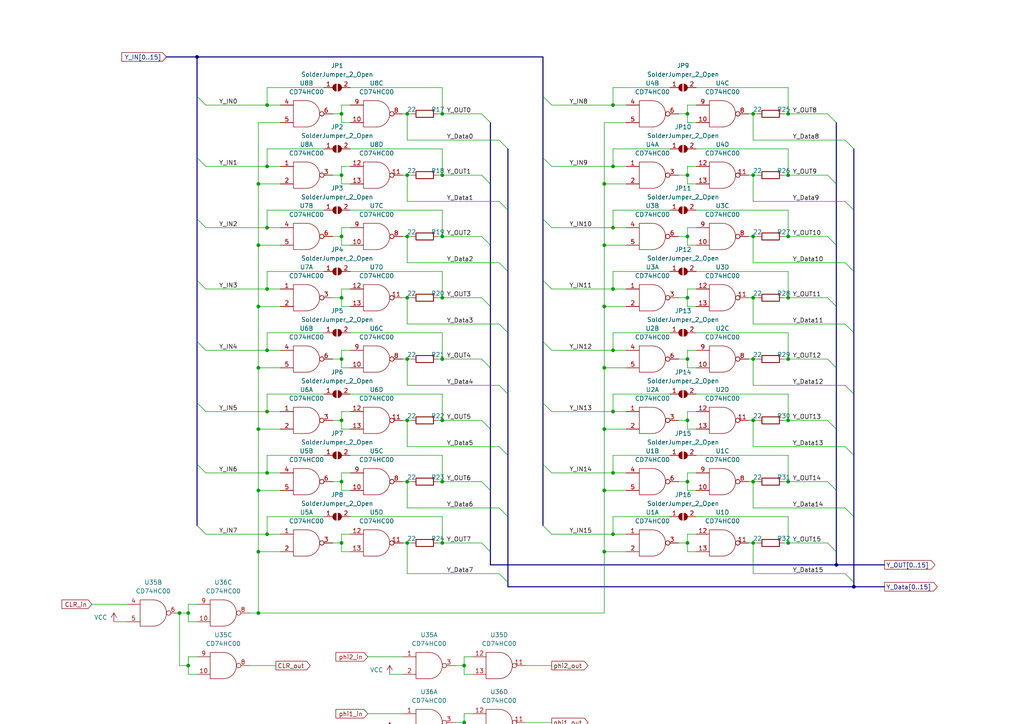
<source format=kicad_sch>
(kicad_sch (version 20211123) (generator eeschema)
  (paper "A4")
  (lib_symbols
    (symbol "CD74HCXX:CD74HC00" (pin_names (offset 0.762))
      (property "Reference" "U" (at -2.54 6.985 0))
      (property "Value" "CD74HC00" (at 1.27 5.08 0))
      (symbol "CD74HC00_0_0"
        (pin power_in line (at -2.54 2.54 0) (length 0) hide (name "VCC") (number "14"))
        (pin power_in line (at -2.54 -2.54 0) (length 0) hide (name "GND") (number "7"))
      )
      (symbol "CD74HC00_0_1"
        (arc (start 0 -3.81) (mid 3.81 0) (end 0 3.81))
        (polyline (pts (xy 0 3.81) (xy -3.81 3.81) (xy -3.81 -3.81) (xy 0 -3.81)))
      )
      (symbol "CD74HC00_0_2"
        (arc (start -4.445 -3.81) (mid -3.175 0) (end -4.445 3.81))
        (arc (start -3.175 -3.81) (mid 0.803 -2.7954) (end 3.81 0))
        (polyline (pts (xy -4.445 -3.81) (xy -3.175 -3.81)))
        (polyline (pts (xy -4.445 3.81) (xy -3.175 3.81)))
        (arc (start 3.81 0) (mid 0.8099 2.8117) (end -3.175 3.81))
      )
      (symbol "CD74HC00_1_1"
        (pin input line (at -7.62 2.54 0) (length 3.81) (name "~") (number "1"))
        (pin input line (at -7.62 -2.54 0) (length 3.81) (name "~") (number "2"))
        (pin output inverted (at 7.62 0 180) (length 3.81) (name "~") (number "3"))
      )
      (symbol "CD74HC00_1_2"
        (pin input inverted (at -7.62 2.54 0) (length 3.81) (name "~") (number "1"))
        (pin input inverted (at -7.62 -2.54 0) (length 3.81) (name "~") (number "2"))
        (pin output line (at 7.62 0 180) (length 3.81) (name "~") (number "3"))
      )
      (symbol "CD74HC00_2_1"
        (pin input line (at -7.62 2.54 0) (length 3.81) (name "~") (number "4"))
        (pin input line (at -7.62 -2.54 0) (length 3.81) (name "~") (number "5"))
        (pin output inverted (at 7.62 0 180) (length 3.81) (name "~") (number "6"))
      )
      (symbol "CD74HC00_2_2"
        (pin input inverted (at -7.62 2.54 0) (length 3.81) (name "~") (number "4"))
        (pin input inverted (at -7.62 -2.54 0) (length 3.81) (name "~") (number "5"))
        (pin output line (at 7.62 0 180) (length 3.81) (name "~") (number "6"))
      )
      (symbol "CD74HC00_3_1"
        (pin input line (at -7.62 -2.54 0) (length 3.81) (name "~") (number "10"))
        (pin output inverted (at 7.62 0 180) (length 3.81) (name "~") (number "8"))
        (pin input line (at -7.62 2.54 0) (length 3.81) (name "~") (number "9"))
      )
      (symbol "CD74HC00_3_2"
        (pin input inverted (at -7.62 -2.54 0) (length 3.81) (name "~") (number "10"))
        (pin output line (at 7.62 0 180) (length 3.81) (name "~") (number "8"))
        (pin input inverted (at -7.62 2.54 0) (length 3.81) (name "~") (number "9"))
      )
      (symbol "CD74HC00_4_1"
        (pin output inverted (at 7.62 0 180) (length 3.81) (name "~") (number "11"))
        (pin input line (at -7.62 2.54 0) (length 3.81) (name "~") (number "12"))
        (pin input line (at -7.62 -2.54 0) (length 3.81) (name "~") (number "13"))
      )
      (symbol "CD74HC00_4_2"
        (pin output line (at 7.62 0 180) (length 3.81) (name "~") (number "11"))
        (pin input inverted (at -7.62 2.54 0) (length 3.81) (name "~") (number "12"))
        (pin input inverted (at -7.62 -2.54 0) (length 3.81) (name "~") (number "13"))
      )
    )
    (symbol "Device:R" (pin_numbers hide) (pin_names (offset 0))
      (property "Reference" "R" (at 2.032 0 90))
      (property "Value" "R" (at 0 0 90))
      (symbol "R_0_1"
        (rectangle (start -1.016 -2.54) (end 1.016 2.54) (stroke (width 0.254)))
      )
      (symbol "R_1_1"
        (pin passive line (at 0 3.81 270) (length 1.27) (name "~") (number "1"))
        (pin passive line (at 0 -3.81 90) (length 1.27) (name "~") (number "2"))
      )
    )
    (symbol "Jumper:SolderJumper_2_Open" (pin_names (offset 0) hide)
      (property "Reference" "JP" (at 0 2.032 0))
      (property "Value" "SolderJumper_2_Open" (at 0 -2.54 0))
      (symbol "SolderJumper_2_Open_0_1"
        (arc (start -0.254 1.016) (mid -1.27 0) (end -0.254 -1.016))
        (arc (start -0.254 1.016) (mid -1.27 0) (end -0.254 -1.016) (fill (type outline)))
        (polyline (pts (xy -0.254 1.016) (xy -0.254 -1.016)))
        (polyline (pts (xy 0.254 1.016) (xy 0.254 -1.016)))
        (arc (start 0.254 -1.016) (mid 1.27 0) (end 0.254 1.016))
        (arc (start 0.254 -1.016) (mid 1.27 0) (end 0.254 1.016) (fill (type outline)))
      )
      (symbol "SolderJumper_2_Open_1_1"
        (pin passive line (at -3.81 0 0) (length 2.54) (name "A") (number "1"))
        (pin passive line (at 3.81 0 180) (length 2.54) (name "B") (number "2"))
      )
    )
    (symbol "power:VCC" (power) (pin_names (offset 0))
      (property "Value" "VCC" (at 0 3.81 0))
      (symbol "VCC_0_1"
        (polyline (pts (xy -0.762 1.27) (xy 0 2.54)))
        (polyline (pts (xy 0 0) (xy 0 2.54)))
        (polyline (pts (xy 0 2.54) (xy 0.762 1.27)))
      )
      (symbol "VCC_1_1"
        (pin power_in line (at 0 0 90) (length 0) hide (name "VCC") (number "1"))
      )
    )
  )
  (junction (at 218.44 50.8))
  (junction (at 77.47 154.94))
  (junction (at 52.07 177.8))
  (junction (at 199.39 121.92))
  (junction (at 218.44 157.48))
  (junction (at 199.39 33.02))
  (junction (at 228.6 157.48))
  (junction (at 177.8 66.04))
  (junction (at 74.93 124.46))
  (junction (at 118.11 139.7))
  (junction (at 77.47 66.04))
  (junction (at 57.15 16.51))
  (junction (at 228.6 121.92))
  (junction (at 175.26 142.24))
  (junction (at 77.47 83.82))
  (junction (at 218.44 139.7))
  (junction (at 247.65 170.18))
  (junction (at 177.8 30.48))
  (junction (at 242.57 163.83))
  (junction (at 128.27 121.92))
  (junction (at 175.26 124.46))
  (junction (at 77.47 30.48))
  (junction (at 175.26 160.02))
  (junction (at 74.93 142.24))
  (junction (at 228.6 139.7))
  (junction (at 218.44 104.14))
  (junction (at 177.8 137.16))
  (junction (at 99.06 139.7))
  (junction (at 177.8 83.82))
  (junction (at 118.11 121.92))
  (junction (at 218.44 86.36))
  (junction (at 118.11 50.8))
  (junction (at 99.06 86.36))
  (junction (at 175.26 106.68))
  (junction (at 177.8 48.26))
  (junction (at 99.06 50.8))
  (junction (at 77.47 119.38))
  (junction (at 128.27 139.7))
  (junction (at 74.93 106.68))
  (junction (at 74.93 53.34))
  (junction (at 134.62 193.04))
  (junction (at 177.8 101.6))
  (junction (at 99.06 121.92))
  (junction (at 99.06 68.58))
  (junction (at 77.47 101.6))
  (junction (at 128.27 104.14))
  (junction (at 199.39 50.8))
  (junction (at 118.11 104.14))
  (junction (at 134.62 209.55))
  (junction (at 199.39 104.14))
  (junction (at 128.27 33.02))
  (junction (at 175.26 71.12))
  (junction (at 218.44 121.92))
  (junction (at 118.11 33.02))
  (junction (at 218.44 33.02))
  (junction (at 199.39 157.48))
  (junction (at 228.6 104.14))
  (junction (at 128.27 50.8))
  (junction (at 74.93 177.8))
  (junction (at 99.06 157.48))
  (junction (at 175.26 53.34))
  (junction (at 228.6 68.58))
  (junction (at 199.39 86.36))
  (junction (at 118.11 68.58))
  (junction (at 118.11 86.36))
  (junction (at 228.6 50.8))
  (junction (at 218.44 68.58))
  (junction (at 177.8 154.94))
  (junction (at 54.61 193.04))
  (junction (at 228.6 86.36))
  (junction (at 199.39 139.7))
  (junction (at 128.27 86.36))
  (junction (at 99.06 104.14))
  (junction (at 74.93 160.02))
  (junction (at 177.8 119.38))
  (junction (at 77.47 137.16))
  (junction (at 74.93 71.12))
  (junction (at 77.47 48.26))
  (junction (at 74.93 88.9))
  (junction (at 128.27 68.58))
  (junction (at 228.6 33.02))
  (junction (at 99.06 33.02))
  (junction (at 118.11 157.48))
  (junction (at 175.26 88.9))
  (junction (at 54.61 177.8))
  (junction (at 128.27 157.48))
  (junction (at 199.39 68.58))
  (bus_entry (at 142.24 124.46) (size -2.54 -2.54))
  (bus_entry (at 142.24 71.12) (size -2.54 -2.54))
  (bus_entry (at 57.15 134.62) (size 2.54 2.54))
  (bus_entry (at 157.48 45.72) (size 2.54 2.54))
  (bus_entry (at 157.48 134.62) (size 2.54 2.54))
  (bus_entry (at 57.15 27.94) (size 2.54 2.54))
  (bus_entry (at 245.11 111.76) (size 2.54 2.54))
  (bus_entry (at 245.11 76.2) (size 2.54 2.54))
  (bus_entry (at 142.24 106.68) (size -2.54 -2.54))
  (bus_entry (at 142.24 160.02) (size -2.54 -2.54))
  (bus_entry (at 57.15 45.72) (size 2.54 2.54))
  (bus_entry (at 144.78 58.42) (size 2.54 2.54))
  (bus_entry (at 242.57 160.02) (size -2.54 -2.54))
  (bus_entry (at 245.11 58.42) (size 2.54 2.54))
  (bus_entry (at 157.48 152.4) (size 2.54 2.54))
  (bus_entry (at 157.48 63.5) (size 2.54 2.54))
  (bus_entry (at 144.78 147.32) (size 2.54 2.54))
  (bus_entry (at 242.57 88.9) (size -2.54 -2.54))
  (bus_entry (at 142.24 88.9) (size -2.54 -2.54))
  (bus_entry (at 57.15 81.28) (size 2.54 2.54))
  (bus_entry (at 242.57 53.34) (size -2.54 -2.54))
  (bus_entry (at 142.24 53.34) (size -2.54 -2.54))
  (bus_entry (at 57.15 152.4) (size 2.54 2.54))
  (bus_entry (at 242.57 35.56) (size -2.54 -2.54))
  (bus_entry (at 57.15 99.06) (size 2.54 2.54))
  (bus_entry (at 157.48 99.06) (size 2.54 2.54))
  (bus_entry (at 245.11 166.37) (size 2.54 2.54))
  (bus_entry (at 144.78 111.76) (size 2.54 2.54))
  (bus_entry (at 57.15 116.84) (size 2.54 2.54))
  (bus_entry (at 157.48 116.84) (size 2.54 2.54))
  (bus_entry (at 157.48 27.94) (size 2.54 2.54))
  (bus_entry (at 242.57 106.68) (size -2.54 -2.54))
  (bus_entry (at 144.78 40.64) (size 2.54 2.54))
  (bus_entry (at 144.78 166.37) (size 2.54 2.54))
  (bus_entry (at 144.78 93.98) (size 2.54 2.54))
  (bus_entry (at 245.11 147.32) (size 2.54 2.54))
  (bus_entry (at 57.15 63.5) (size 2.54 2.54))
  (bus_entry (at 242.57 142.24) (size -2.54 -2.54))
  (bus_entry (at 245.11 129.54) (size 2.54 2.54))
  (bus_entry (at 142.24 35.56) (size -2.54 -2.54))
  (bus_entry (at 144.78 76.2) (size 2.54 2.54))
  (bus_entry (at 142.24 142.24) (size -2.54 -2.54))
  (bus_entry (at 242.57 124.46) (size -2.54 -2.54))
  (bus_entry (at 245.11 40.64) (size 2.54 2.54))
  (bus_entry (at 242.57 71.12) (size -2.54 -2.54))
  (bus_entry (at 245.11 93.98) (size 2.54 2.54))
  (bus_entry (at 144.78 129.54) (size 2.54 2.54))
  (bus_entry (at 157.48 81.28) (size 2.54 2.54))
  (wire (pts (xy 218.44 129.54) (xy 245.11 129.54)))
  (wire (pts (xy 177.8 25.4) (xy 177.8 30.48)))
  (wire (pts (xy 218.44 33.02) (xy 219.71 33.02)))
  (wire (pts (xy 177.8 78.74) (xy 177.8 83.82)))
  (wire (pts (xy 194.31 43.18) (xy 177.8 43.18)))
  (wire (pts (xy 77.47 66.04) (xy 81.28 66.04)))
  (wire (pts (xy 118.11 50.8) (xy 118.11 58.42)))
  (bus (pts (xy 147.32 114.3) (xy 147.32 132.08)))
  (wire (pts (xy 199.39 33.02) (xy 199.39 30.48)))
  (wire (pts (xy 240.03 104.14) (xy 228.6 104.14)))
  (wire (pts (xy 54.61 180.34) (xy 54.61 177.8)))
  (wire (pts (xy 77.47 119.38) (xy 81.28 119.38)))
  (wire (pts (xy 77.47 132.08) (xy 93.98 132.08)))
  (wire (pts (xy 177.8 66.04) (xy 181.61 66.04)))
  (wire (pts (xy 218.44 121.92) (xy 218.44 129.54)))
  (wire (pts (xy 113.03 195.58) (xy 116.84 195.58)))
  (wire (pts (xy 118.11 86.36) (xy 119.38 86.36)))
  (bus (pts (xy 57.15 16.51) (xy 57.15 27.94)))
  (wire (pts (xy 101.6 43.18) (xy 128.27 43.18)))
  (wire (pts (xy 118.11 129.54) (xy 144.78 129.54)))
  (wire (pts (xy 139.7 139.7) (xy 128.27 139.7)))
  (bus (pts (xy 247.65 132.08) (xy 247.65 149.86)))
  (wire (pts (xy 218.44 50.8) (xy 218.44 58.42)))
  (wire (pts (xy 218.44 58.42) (xy 245.11 58.42)))
  (wire (pts (xy 118.11 104.14) (xy 118.11 111.76)))
  (wire (pts (xy 175.26 142.24) (xy 181.61 142.24)))
  (wire (pts (xy 74.93 106.68) (xy 81.28 106.68)))
  (wire (pts (xy 199.39 106.68) (xy 199.39 104.14)))
  (wire (pts (xy 54.61 190.5) (xy 57.15 190.5)))
  (bus (pts (xy 57.15 99.06) (xy 57.15 116.84)))
  (wire (pts (xy 227.33 68.58) (xy 228.6 68.58)))
  (wire (pts (xy 101.6 25.4) (xy 128.27 25.4)))
  (wire (pts (xy 218.44 33.02) (xy 218.44 40.64)))
  (bus (pts (xy 57.15 134.62) (xy 57.15 152.4)))
  (wire (pts (xy 160.02 193.04) (xy 152.4 193.04)))
  (wire (pts (xy 175.26 124.46) (xy 181.61 124.46)))
  (wire (pts (xy 77.47 137.16) (xy 81.28 137.16)))
  (bus (pts (xy 242.57 71.12) (xy 242.57 88.9)))
  (wire (pts (xy 175.26 71.12) (xy 175.26 53.34)))
  (wire (pts (xy 128.27 78.74) (xy 128.27 86.36)))
  (wire (pts (xy 177.8 48.26) (xy 181.61 48.26)))
  (wire (pts (xy 134.62 195.58) (xy 134.62 193.04)))
  (bus (pts (xy 57.15 116.84) (xy 57.15 134.62)))
  (bus (pts (xy 157.48 81.28) (xy 157.48 63.5)))
  (wire (pts (xy 228.6 96.52) (xy 228.6 104.14)))
  (bus (pts (xy 247.65 60.96) (xy 247.65 78.74)))
  (wire (pts (xy 132.08 209.55) (xy 134.62 209.55)))
  (wire (pts (xy 199.39 88.9) (xy 199.39 86.36)))
  (wire (pts (xy 74.93 160.02) (xy 81.28 160.02)))
  (wire (pts (xy 116.84 121.92) (xy 118.11 121.92)))
  (wire (pts (xy 74.93 35.56) (xy 81.28 35.56)))
  (wire (pts (xy 199.39 154.94) (xy 201.93 154.94)))
  (wire (pts (xy 218.44 104.14) (xy 219.71 104.14)))
  (wire (pts (xy 118.11 58.42) (xy 144.78 58.42)))
  (wire (pts (xy 228.6 114.3) (xy 228.6 121.92)))
  (wire (pts (xy 201.93 35.56) (xy 199.39 35.56)))
  (wire (pts (xy 101.6 88.9) (xy 99.06 88.9)))
  (bus (pts (xy 242.57 106.68) (xy 242.57 124.46)))
  (wire (pts (xy 99.06 104.14) (xy 99.06 101.6)))
  (wire (pts (xy 199.39 157.48) (xy 199.39 154.94)))
  (wire (pts (xy 228.6 43.18) (xy 228.6 50.8)))
  (wire (pts (xy 218.44 139.7) (xy 219.71 139.7)))
  (wire (pts (xy 101.6 124.46) (xy 99.06 124.46)))
  (wire (pts (xy 217.17 86.36) (xy 218.44 86.36)))
  (wire (pts (xy 57.15 180.34) (xy 54.61 180.34)))
  (wire (pts (xy 106.68 190.5) (xy 116.84 190.5)))
  (wire (pts (xy 199.39 86.36) (xy 199.39 83.82)))
  (wire (pts (xy 118.11 104.14) (xy 119.38 104.14)))
  (wire (pts (xy 160.02 137.16) (xy 177.8 137.16)))
  (wire (pts (xy 240.03 86.36) (xy 228.6 86.36)))
  (wire (pts (xy 227.33 50.8) (xy 228.6 50.8)))
  (wire (pts (xy 218.44 147.32) (xy 245.11 147.32)))
  (bus (pts (xy 147.32 43.18) (xy 147.32 60.96)))
  (wire (pts (xy 101.6 35.56) (xy 99.06 35.56)))
  (bus (pts (xy 147.32 132.08) (xy 147.32 149.86)))
  (wire (pts (xy 118.11 50.8) (xy 119.38 50.8)))
  (wire (pts (xy 101.6 142.24) (xy 99.06 142.24)))
  (wire (pts (xy 175.26 160.02) (xy 181.61 160.02)))
  (wire (pts (xy 217.17 33.02) (xy 218.44 33.02)))
  (wire (pts (xy 77.47 149.86) (xy 77.47 154.94)))
  (wire (pts (xy 59.69 48.26) (xy 77.47 48.26)))
  (wire (pts (xy 201.93 78.74) (xy 228.6 78.74)))
  (wire (pts (xy 59.69 154.94) (xy 77.47 154.94)))
  (wire (pts (xy 217.17 121.92) (xy 218.44 121.92)))
  (wire (pts (xy 228.6 149.86) (xy 228.6 157.48)))
  (wire (pts (xy 128.27 149.86) (xy 128.27 157.48)))
  (wire (pts (xy 240.03 139.7) (xy 228.6 139.7)))
  (wire (pts (xy 74.93 124.46) (xy 81.28 124.46)))
  (wire (pts (xy 199.39 68.58) (xy 199.39 66.04)))
  (wire (pts (xy 160.02 66.04) (xy 177.8 66.04)))
  (wire (pts (xy 194.31 96.52) (xy 177.8 96.52)))
  (bus (pts (xy 157.48 99.06) (xy 157.48 81.28)))
  (wire (pts (xy 96.52 86.36) (xy 99.06 86.36)))
  (wire (pts (xy 201.93 60.96) (xy 228.6 60.96)))
  (wire (pts (xy 196.85 86.36) (xy 199.39 86.36)))
  (wire (pts (xy 96.52 68.58) (xy 99.06 68.58)))
  (wire (pts (xy 118.11 139.7) (xy 118.11 147.32)))
  (bus (pts (xy 247.65 149.86) (xy 247.65 168.91)))
  (wire (pts (xy 194.31 25.4) (xy 177.8 25.4)))
  (wire (pts (xy 227.33 121.92) (xy 228.6 121.92)))
  (wire (pts (xy 218.44 104.14) (xy 218.44 111.76)))
  (wire (pts (xy 99.06 124.46) (xy 99.06 121.92)))
  (wire (pts (xy 116.84 139.7) (xy 118.11 139.7)))
  (wire (pts (xy 93.98 149.86) (xy 77.47 149.86)))
  (wire (pts (xy 127 68.58) (xy 128.27 68.58)))
  (wire (pts (xy 118.11 157.48) (xy 119.38 157.48)))
  (wire (pts (xy 93.98 114.3) (xy 77.47 114.3)))
  (wire (pts (xy 199.39 160.02) (xy 199.39 157.48)))
  (wire (pts (xy 175.26 142.24) (xy 175.26 124.46)))
  (bus (pts (xy 142.24 142.24) (xy 142.24 160.02)))
  (bus (pts (xy 242.57 35.56) (xy 242.57 53.34)))
  (wire (pts (xy 199.39 121.92) (xy 199.39 119.38)))
  (wire (pts (xy 99.06 71.12) (xy 99.06 68.58)))
  (wire (pts (xy 96.52 50.8) (xy 99.06 50.8)))
  (bus (pts (xy 147.32 96.52) (xy 147.32 114.3)))
  (wire (pts (xy 118.11 147.32) (xy 144.78 147.32)))
  (wire (pts (xy 132.08 193.04) (xy 134.62 193.04)))
  (wire (pts (xy 199.39 66.04) (xy 201.93 66.04)))
  (wire (pts (xy 54.61 193.04) (xy 54.61 190.5)))
  (wire (pts (xy 74.93 53.34) (xy 74.93 71.12)))
  (wire (pts (xy 228.6 60.96) (xy 228.6 68.58)))
  (wire (pts (xy 201.93 71.12) (xy 199.39 71.12)))
  (wire (pts (xy 196.85 50.8) (xy 199.39 50.8)))
  (wire (pts (xy 118.11 76.2) (xy 144.78 76.2)))
  (wire (pts (xy 99.06 101.6) (xy 101.6 101.6)))
  (wire (pts (xy 128.27 43.18) (xy 128.27 50.8)))
  (wire (pts (xy 196.85 157.48) (xy 199.39 157.48)))
  (wire (pts (xy 77.47 48.26) (xy 81.28 48.26)))
  (wire (pts (xy 74.93 106.68) (xy 74.93 124.46)))
  (wire (pts (xy 175.26 88.9) (xy 181.61 88.9)))
  (wire (pts (xy 118.11 139.7) (xy 119.38 139.7)))
  (wire (pts (xy 99.06 119.38) (xy 101.6 119.38)))
  (wire (pts (xy 101.6 71.12) (xy 99.06 71.12)))
  (wire (pts (xy 199.39 50.8) (xy 199.39 48.26)))
  (wire (pts (xy 227.33 33.02) (xy 228.6 33.02)))
  (wire (pts (xy 227.33 139.7) (xy 228.6 139.7)))
  (wire (pts (xy 160.02 30.48) (xy 177.8 30.48)))
  (wire (pts (xy 175.26 35.56) (xy 181.61 35.56)))
  (wire (pts (xy 160.02 83.82) (xy 177.8 83.82)))
  (wire (pts (xy 218.44 166.37) (xy 245.11 166.37)))
  (wire (pts (xy 128.27 25.4) (xy 128.27 33.02)))
  (wire (pts (xy 134.62 190.5) (xy 137.16 190.5)))
  (wire (pts (xy 99.06 48.26) (xy 101.6 48.26)))
  (wire (pts (xy 199.39 104.14) (xy 199.39 101.6)))
  (wire (pts (xy 227.33 104.14) (xy 228.6 104.14)))
  (wire (pts (xy 217.17 104.14) (xy 218.44 104.14)))
  (wire (pts (xy 160.02 209.55) (xy 152.4 209.55)))
  (wire (pts (xy 217.17 139.7) (xy 218.44 139.7)))
  (wire (pts (xy 175.26 88.9) (xy 175.26 71.12)))
  (bus (pts (xy 242.57 160.02) (xy 242.57 163.83)))
  (wire (pts (xy 118.11 121.92) (xy 119.38 121.92)))
  (wire (pts (xy 137.16 212.09) (xy 134.62 212.09)))
  (wire (pts (xy 201.93 142.24) (xy 199.39 142.24)))
  (wire (pts (xy 134.62 193.04) (xy 134.62 190.5)))
  (wire (pts (xy 201.93 114.3) (xy 228.6 114.3)))
  (wire (pts (xy 74.93 71.12) (xy 74.93 88.9)))
  (wire (pts (xy 218.44 50.8) (xy 219.71 50.8)))
  (wire (pts (xy 77.47 101.6) (xy 81.28 101.6)))
  (wire (pts (xy 74.93 177.8) (xy 175.26 177.8)))
  (bus (pts (xy 157.48 16.51) (xy 57.15 16.51)))
  (wire (pts (xy 59.69 66.04) (xy 77.47 66.04)))
  (wire (pts (xy 77.47 132.08) (xy 77.47 137.16)))
  (wire (pts (xy 217.17 157.48) (xy 218.44 157.48)))
  (wire (pts (xy 52.07 193.04) (xy 54.61 193.04)))
  (bus (pts (xy 147.32 78.74) (xy 147.32 96.52)))
  (bus (pts (xy 147.32 60.96) (xy 147.32 78.74)))
  (wire (pts (xy 228.6 132.08) (xy 228.6 139.7)))
  (wire (pts (xy 101.6 60.96) (xy 128.27 60.96)))
  (bus (pts (xy 247.65 78.74) (xy 247.65 96.52)))
  (wire (pts (xy 96.52 139.7) (xy 99.06 139.7)))
  (wire (pts (xy 228.6 25.4) (xy 228.6 33.02)))
  (wire (pts (xy 139.7 86.36) (xy 128.27 86.36)))
  (wire (pts (xy 177.8 119.38) (xy 181.61 119.38)))
  (wire (pts (xy 99.06 137.16) (xy 101.6 137.16)))
  (wire (pts (xy 227.33 86.36) (xy 228.6 86.36)))
  (bus (pts (xy 142.24 124.46) (xy 142.24 142.24)))
  (wire (pts (xy 118.11 157.48) (xy 118.11 166.37)))
  (wire (pts (xy 139.7 68.58) (xy 128.27 68.58)))
  (wire (pts (xy 74.93 177.8) (xy 72.39 177.8)))
  (wire (pts (xy 128.27 132.08) (xy 128.27 139.7)))
  (wire (pts (xy 175.26 124.46) (xy 175.26 106.68)))
  (wire (pts (xy 201.93 43.18) (xy 228.6 43.18)))
  (wire (pts (xy 101.6 78.74) (xy 128.27 78.74)))
  (wire (pts (xy 194.31 78.74) (xy 177.8 78.74)))
  (wire (pts (xy 113.03 212.09) (xy 116.84 212.09)))
  (wire (pts (xy 59.69 137.16) (xy 77.47 137.16)))
  (bus (pts (xy 157.48 45.72) (xy 157.48 27.94)))
  (wire (pts (xy 99.06 139.7) (xy 99.06 137.16)))
  (wire (pts (xy 93.98 25.4) (xy 77.47 25.4)))
  (wire (pts (xy 227.33 157.48) (xy 228.6 157.48)))
  (wire (pts (xy 127 33.02) (xy 128.27 33.02)))
  (bus (pts (xy 142.24 88.9) (xy 142.24 106.68)))
  (wire (pts (xy 127 139.7) (xy 128.27 139.7)))
  (wire (pts (xy 199.39 30.48) (xy 201.93 30.48)))
  (wire (pts (xy 175.26 53.34) (xy 181.61 53.34)))
  (wire (pts (xy 127 121.92) (xy 128.27 121.92)))
  (wire (pts (xy 240.03 121.92) (xy 228.6 121.92)))
  (bus (pts (xy 157.48 134.62) (xy 157.48 116.84)))
  (wire (pts (xy 201.93 53.34) (xy 199.39 53.34)))
  (wire (pts (xy 116.84 33.02) (xy 118.11 33.02)))
  (wire (pts (xy 99.06 142.24) (xy 99.06 139.7)))
  (wire (pts (xy 139.7 157.48) (xy 128.27 157.48)))
  (bus (pts (xy 247.65 114.3) (xy 247.65 132.08)))
  (wire (pts (xy 127 50.8) (xy 128.27 50.8)))
  (wire (pts (xy 196.85 139.7) (xy 199.39 139.7)))
  (wire (pts (xy 74.93 142.24) (xy 81.28 142.24)))
  (wire (pts (xy 99.06 53.34) (xy 99.06 50.8)))
  (bus (pts (xy 247.65 43.18) (xy 247.65 60.96)))
  (wire (pts (xy 77.47 96.52) (xy 77.47 101.6)))
  (wire (pts (xy 96.52 121.92) (xy 99.06 121.92)))
  (wire (pts (xy 99.06 160.02) (xy 99.06 157.48)))
  (wire (pts (xy 240.03 157.48) (xy 228.6 157.48)))
  (wire (pts (xy 218.44 139.7) (xy 218.44 147.32)))
  (wire (pts (xy 77.47 78.74) (xy 77.47 83.82)))
  (wire (pts (xy 175.26 177.8) (xy 175.26 160.02)))
  (wire (pts (xy 199.39 119.38) (xy 201.93 119.38)))
  (bus (pts (xy 57.15 81.28) (xy 57.15 99.06)))
  (wire (pts (xy 240.03 50.8) (xy 228.6 50.8)))
  (wire (pts (xy 175.26 106.68) (xy 181.61 106.68)))
  (wire (pts (xy 99.06 154.94) (xy 101.6 154.94)))
  (wire (pts (xy 177.8 154.94) (xy 181.61 154.94)))
  (wire (pts (xy 118.11 33.02) (xy 119.38 33.02)))
  (bus (pts (xy 242.57 163.83) (xy 256.54 163.83)))
  (wire (pts (xy 160.02 154.94) (xy 177.8 154.94)))
  (bus (pts (xy 57.15 63.5) (xy 57.15 81.28)))
  (wire (pts (xy 177.8 96.52) (xy 177.8 101.6)))
  (wire (pts (xy 128.27 96.52) (xy 128.27 104.14)))
  (wire (pts (xy 199.39 124.46) (xy 199.39 121.92)))
  (wire (pts (xy 99.06 68.58) (xy 99.06 66.04)))
  (wire (pts (xy 118.11 93.98) (xy 144.78 93.98)))
  (wire (pts (xy 77.47 60.96) (xy 77.47 66.04)))
  (bus (pts (xy 57.15 27.94) (xy 57.15 45.72)))
  (bus (pts (xy 57.15 45.72) (xy 57.15 63.5)))
  (wire (pts (xy 54.61 175.26) (xy 57.15 175.26)))
  (wire (pts (xy 99.06 86.36) (xy 99.06 83.82)))
  (wire (pts (xy 99.06 30.48) (xy 101.6 30.48)))
  (wire (pts (xy 160.02 119.38) (xy 177.8 119.38)))
  (bus (pts (xy 48.26 16.51) (xy 57.15 16.51)))
  (bus (pts (xy 142.24 106.68) (xy 142.24 124.46)))
  (wire (pts (xy 116.84 157.48) (xy 118.11 157.48)))
  (wire (pts (xy 201.93 124.46) (xy 199.39 124.46)))
  (bus (pts (xy 247.65 170.18) (xy 147.32 170.18)))
  (wire (pts (xy 201.93 132.08) (xy 228.6 132.08)))
  (wire (pts (xy 93.98 60.96) (xy 77.47 60.96)))
  (wire (pts (xy 199.39 71.12) (xy 199.39 68.58)))
  (bus (pts (xy 157.48 27.94) (xy 157.48 16.51)))
  (wire (pts (xy 116.84 86.36) (xy 118.11 86.36)))
  (wire (pts (xy 196.85 104.14) (xy 199.39 104.14)))
  (wire (pts (xy 160.02 101.6) (xy 177.8 101.6)))
  (wire (pts (xy 127 157.48) (xy 128.27 157.48)))
  (wire (pts (xy 240.03 33.02) (xy 228.6 33.02)))
  (wire (pts (xy 139.7 121.92) (xy 128.27 121.92)))
  (wire (pts (xy 177.8 132.08) (xy 177.8 137.16)))
  (wire (pts (xy 99.06 35.56) (xy 99.06 33.02)))
  (wire (pts (xy 99.06 88.9) (xy 99.06 86.36)))
  (wire (pts (xy 134.62 212.09) (xy 134.62 209.55)))
  (wire (pts (xy 201.93 106.68) (xy 199.39 106.68)))
  (wire (pts (xy 74.93 160.02) (xy 74.93 177.8)))
  (wire (pts (xy 201.93 149.86) (xy 228.6 149.86)))
  (bus (pts (xy 247.65 170.18) (xy 256.54 170.18)))
  (bus (pts (xy 142.24 35.56) (xy 142.24 53.34)))
  (wire (pts (xy 217.17 68.58) (xy 218.44 68.58)))
  (wire (pts (xy 74.93 88.9) (xy 81.28 88.9)))
  (wire (pts (xy 101.6 132.08) (xy 128.27 132.08)))
  (wire (pts (xy 93.98 96.52) (xy 77.47 96.52)))
  (wire (pts (xy 218.44 86.36) (xy 218.44 93.98)))
  (wire (pts (xy 218.44 40.64) (xy 245.11 40.64)))
  (wire (pts (xy 96.52 33.02) (xy 99.06 33.02)))
  (wire (pts (xy 199.39 139.7) (xy 199.39 137.16)))
  (bus (pts (xy 247.65 96.52) (xy 247.65 114.3)))
  (bus (pts (xy 242.57 124.46) (xy 242.57 142.24)))
  (wire (pts (xy 116.84 68.58) (xy 118.11 68.58)))
  (wire (pts (xy 175.26 106.68) (xy 175.26 88.9)))
  (wire (pts (xy 139.7 104.14) (xy 128.27 104.14)))
  (wire (pts (xy 57.15 195.58) (xy 54.61 195.58)))
  (wire (pts (xy 54.61 195.58) (xy 54.61 193.04)))
  (wire (pts (xy 99.06 106.68) (xy 99.06 104.14)))
  (wire (pts (xy 118.11 166.37) (xy 144.78 166.37)))
  (wire (pts (xy 118.11 33.02) (xy 118.11 40.64)))
  (wire (pts (xy 101.6 53.34) (xy 99.06 53.34)))
  (wire (pts (xy 99.06 66.04) (xy 101.6 66.04)))
  (wire (pts (xy 74.93 71.12) (xy 81.28 71.12)))
  (wire (pts (xy 175.26 71.12) (xy 181.61 71.12)))
  (wire (pts (xy 99.06 157.48) (xy 99.06 154.94)))
  (wire (pts (xy 127 86.36) (xy 128.27 86.36)))
  (wire (pts (xy 118.11 68.58) (xy 118.11 76.2)))
  (bus (pts (xy 142.24 71.12) (xy 142.24 88.9)))
  (bus (pts (xy 242.57 53.34) (xy 242.57 71.12)))
  (wire (pts (xy 118.11 121.92) (xy 118.11 129.54)))
  (wire (pts (xy 218.44 157.48) (xy 219.71 157.48)))
  (wire (pts (xy 128.27 60.96) (xy 128.27 68.58)))
  (bus (pts (xy 142.24 53.34) (xy 142.24 71.12)))
  (bus (pts (xy 142.24 160.02) (xy 142.24 163.83)))
  (wire (pts (xy 99.06 121.92) (xy 99.06 119.38)))
  (wire (pts (xy 77.47 25.4) (xy 77.47 30.48)))
  (bus (pts (xy 157.48 116.84) (xy 157.48 99.06)))
  (wire (pts (xy 217.17 50.8) (xy 218.44 50.8)))
  (wire (pts (xy 134.62 207.01) (xy 137.16 207.01)))
  (wire (pts (xy 59.69 83.82) (xy 77.47 83.82)))
  (wire (pts (xy 177.8 149.86) (xy 177.8 154.94)))
  (wire (pts (xy 199.39 142.24) (xy 199.39 139.7)))
  (bus (pts (xy 242.57 88.9) (xy 242.57 106.68)))
  (wire (pts (xy 118.11 40.64) (xy 144.78 40.64)))
  (wire (pts (xy 101.6 114.3) (xy 128.27 114.3)))
  (wire (pts (xy 160.02 48.26) (xy 177.8 48.26)))
  (wire (pts (xy 101.6 149.86) (xy 128.27 149.86)))
  (wire (pts (xy 199.39 137.16) (xy 201.93 137.16)))
  (wire (pts (xy 80.01 193.04) (xy 72.39 193.04)))
  (wire (pts (xy 177.8 114.3) (xy 177.8 119.38)))
  (wire (pts (xy 96.52 157.48) (xy 99.06 157.48)))
  (bus (pts (xy 147.32 170.18) (xy 147.32 168.91)))
  (wire (pts (xy 218.44 93.98) (xy 245.11 93.98)))
  (wire (pts (xy 194.31 114.3) (xy 177.8 114.3)))
  (wire (pts (xy 99.06 33.02) (xy 99.06 30.48)))
  (wire (pts (xy 99.06 83.82) (xy 101.6 83.82)))
  (wire (pts (xy 177.8 83.82) (xy 181.61 83.82)))
  (wire (pts (xy 177.8 60.96) (xy 177.8 66.04)))
  (wire (pts (xy 201.93 160.02) (xy 199.39 160.02)))
  (wire (pts (xy 194.31 149.86) (xy 177.8 149.86)))
  (wire (pts (xy 199.39 48.26) (xy 201.93 48.26)))
  (wire (pts (xy 139.7 50.8) (xy 128.27 50.8)))
  (wire (pts (xy 26.67 175.26) (xy 36.83 175.26)))
  (wire (pts (xy 177.8 30.48) (xy 181.61 30.48)))
  (wire (pts (xy 116.84 104.14) (xy 118.11 104.14)))
  (wire (pts (xy 99.06 50.8) (xy 99.06 48.26)))
  (wire (pts (xy 127 104.14) (xy 128.27 104.14)))
  (wire (pts (xy 218.44 68.58) (xy 218.44 76.2)))
  (bus (pts (xy 142.24 163.83) (xy 242.57 163.83)))
  (bus (pts (xy 242.57 142.24) (xy 242.57 160.02)))
  (wire (pts (xy 77.47 30.48) (xy 81.28 30.48)))
  (wire (pts (xy 196.85 33.02) (xy 199.39 33.02)))
  (wire (pts (xy 54.61 177.8) (xy 54.61 175.26)))
  (wire (pts (xy 33.02 180.34) (xy 36.83 180.34)))
  (wire (pts (xy 74.93 88.9) (xy 74.93 106.68)))
  (wire (pts (xy 218.44 76.2) (xy 245.11 76.2)))
  (bus (pts (xy 157.48 152.4) (xy 157.48 134.62)))
  (wire (pts (xy 77.47 78.74) (xy 93.98 78.74)))
  (wire (pts (xy 218.44 86.36) (xy 219.71 86.36)))
  (wire (pts (xy 218.44 157.48) (xy 218.44 166.37)))
  (wire (pts (xy 93.98 43.18) (xy 77.47 43.18)))
  (wire (pts (xy 77.47 114.3) (xy 77.47 119.38)))
  (wire (pts (xy 101.6 96.52) (xy 128.27 96.52)))
  (wire (pts (xy 218.44 121.92) (xy 219.71 121.92)))
  (wire (pts (xy 177.8 137.16) (xy 181.61 137.16)))
  (wire (pts (xy 137.16 195.58) (xy 134.62 195.58)))
  (wire (pts (xy 59.69 119.38) (xy 77.47 119.38)))
  (wire (pts (xy 118.11 68.58) (xy 119.38 68.58)))
  (wire (pts (xy 74.93 124.46) (xy 74.93 142.24)))
  (wire (pts (xy 201.93 96.52) (xy 228.6 96.52)))
  (wire (pts (xy 106.68 207.01) (xy 116.84 207.01)))
  (wire (pts (xy 175.26 160.02) (xy 175.26 142.24)))
  (wire (pts (xy 194.31 60.96) (xy 177.8 60.96)))
  (wire (pts (xy 101.6 106.68) (xy 99.06 106.68)))
  (wire (pts (xy 77.47 43.18) (xy 77.47 48.26)))
  (wire (pts (xy 116.84 50.8) (xy 118.11 50.8)))
  (bus (pts (xy 157.48 63.5) (xy 157.48 45.72)))
  (wire (pts (xy 77.47 83.82) (xy 81.28 83.82)))
  (wire (pts (xy 128.27 114.3) (xy 128.27 121.92)))
  (wire (pts (xy 59.69 101.6) (xy 77.47 101.6)))
  (wire (pts (xy 74.93 53.34) (xy 81.28 53.34)))
  (bus (pts (xy 147.32 149.86) (xy 147.32 168.91)))
  (wire (pts (xy 177.8 101.6) (xy 181.61 101.6)))
  (wire (pts (xy 201.93 25.4) (xy 228.6 25.4)))
  (wire (pts (xy 175.26 53.34) (xy 175.26 35.56)))
  (wire (pts (xy 59.69 30.48) (xy 77.47 30.48)))
  (wire (pts (xy 177.8 43.18) (xy 177.8 48.26)))
  (wire (pts (xy 199.39 35.56) (xy 199.39 33.02)))
  (wire (pts (xy 201.93 88.9) (xy 199.39 88.9)))
  (wire (pts (xy 196.85 121.92) (xy 199.39 121.92)))
  (wire (pts (xy 74.93 142.24) (xy 74.93 160.02)))
  (wire (pts (xy 199.39 101.6) (xy 201.93 101.6)))
  (wire (pts (xy 218.44 68.58) (xy 219.71 68.58)))
  (wire (pts (xy 240.03 68.58) (xy 228.6 68.58)))
  (wire (pts (xy 52.07 177.8) (xy 54.61 177.8)))
  (wire (pts (xy 218.44 111.76) (xy 245.11 111.76)))
  (wire (pts (xy 199.39 53.34) (xy 199.39 50.8)))
  (wire (pts (xy 118.11 86.36) (xy 118.11 93.98)))
  (wire (pts (xy 194.31 132.08) (xy 177.8 132.08)))
  (wire (pts (xy 196.85 68.58) (xy 199.39 68.58)))
  (wire (pts (xy 139.7 33.02) (xy 128.27 33.02)))
  (wire (pts (xy 77.47 154.94) (xy 81.28 154.94)))
  (wire (pts (xy 199.39 83.82) (xy 201.93 83.82)))
  (wire (pts (xy 96.52 104.14) (xy 99.06 104.14)))
  (wire (pts (xy 52.07 193.04) (xy 52.07 177.8)))
  (wire (pts (xy 118.11 111.76) (xy 144.78 111.76)))
  (wire (pts (xy 74.93 35.56) (xy 74.93 53.34)))
  (bus (pts (xy 247.65 168.91) (xy 247.65 170.18)))
  (wire (pts (xy 228.6 78.74) (xy 228.6 86.36)))
  (wire (pts (xy 101.6 160.02) (xy 99.06 160.02)))
  (wire (pts (xy 134.62 209.55) (xy 134.62 207.01)))
  (label "Y_Data9" (at 229.87 58.42 0))
  (label "Y_Data0" (at 129.54 40.64 0))
  (label "Y_Data12" (at 229.87 111.76 0))
  (label "Y_IN5" (at 63.5 119.38 0))
  (label "Y_IN4" (at 63.5 101.6 0))
  (label "Y_IN14" (at 165.1 137.16 0))
  (label "Y_OUT8" (at 229.87 33.02 0))
  (label "Y_OUT15" (at 229.87 157.48 0))
  (label "Y_OUT14" (at 229.87 139.7 0))
  (label "Y_OUT11" (at 229.87 86.36 0))
  (label "Y_OUT4" (at 129.54 104.14 0))
  (label "Y_OUT3" (at 129.54 86.36 0))
  (label "Y_OUT10" (at 229.87 68.58 0))
  (label "Y_Data13" (at 229.87 129.54 0))
  (label "Y_OUT1" (at 129.54 50.8 0))
  (label "Y_IN3" (at 63.5 83.82 0))
  (label "Y_Data10" (at 229.87 76.2 0))
  (label "Y_IN15" (at 165.1 154.94 0))
  (label "Y_IN6" (at 63.5 137.16 0))
  (label "Y_OUT12" (at 229.87 104.14 0))
  (label "Y_OUT5" (at 129.54 121.92 0))
  (label "Y_Data11" (at 229.87 93.98 0))
  (label "Y_IN13" (at 165.1 119.38 0))
  (label "Y_Data14" (at 229.87 147.32 0))
  (label "Y_Data7" (at 129.54 166.37 0))
  (label "Y_Data3" (at 129.54 93.98 0))
  (label "Y_OUT0" (at 129.54 33.02 0))
  (label "Y_IN9" (at 165.1 48.26 0))
  (label "Y_IN1" (at 63.5 48.26 0))
  (label "Y_Data15" (at 229.87 166.37 0))
  (label "Y_Data8" (at 229.87 40.64 0))
  (label "Y_Data2" (at 129.54 76.2 0))
  (label "Y_OUT2" (at 129.54 68.58 0))
  (label "Y_IN7" (at 63.5 154.94 0))
  (label "Y_IN11" (at 165.1 83.82 0))
  (label "Y_OUT9" (at 229.87 50.8 0))
  (label "Y_IN2" (at 63.5 66.04 0))
  (label "Y_IN8" (at 165.1 30.48 0))
  (label "Y_OUT6" (at 129.54 139.7 0))
  (label "Y_IN12" (at 165.1 101.6 0))
  (label "Y_Data6" (at 129.54 147.32 0))
  (label "Y_Data4" (at 129.54 111.76 0))
  (label "Y_Data5" (at 129.54 129.54 0))
  (label "Y_Data1" (at 129.54 58.42 0))
  (label "Y_IN10" (at 165.1 66.04 0))
  (label "Y_OUT13" (at 229.87 121.92 0))
  (label "Y_IN0" (at 63.5 30.48 0))
  (label "Y_OUT7" (at 129.54 157.48 0))
  (global_label "phi1_in" (shape input) (at 106.68 207.01 180) (property "Intersheet References" "${INTERSHEET_REFS}" (effects hide)))
  (global_label "Y_OUT[0..15]" (shape output) (at 256.54 163.83 0) (property "Intersheet References" "${INTERSHEET_REFS}" (effects hide)))
  (global_label "CLR_out" (shape output) (at 80.01 193.04 0) (property "Intersheet References" "${INTERSHEET_REFS}" (effects hide)))
  (global_label "phi2_out" (shape output) (at 160.02 193.04 0) (property "Intersheet References" "${INTERSHEET_REFS}" (effects hide)))
  (global_label "Y_Data[0..15]" (shape output) (at 256.54 170.18 0) (property "Intersheet References" "${INTERSHEET_REFS}" (effects hide)))
  (global_label "phi1_out" (shape output) (at 160.02 209.55 0) (property "Intersheet References" "${INTERSHEET_REFS}" (effects hide)))
  (global_label "phi2_in" (shape input) (at 106.68 190.5 180) (property "Intersheet References" "${INTERSHEET_REFS}" (effects hide)))
  (global_label "CLR_in" (shape input) (at 26.67 175.26 180) (property "Intersheet References" "${INTERSHEET_REFS}" (effects hide)))
  (global_label "Y_IN[0..15]" (shape input) (at 48.26 16.51 180) (property "Intersheet References" "${INTERSHEET_REFS}" (effects hide)))
  (symbol (lib_id "Device:R") (at 123.19 86.36 90) (unit 1)
    (property "Reference" "R20" (at 127 85.09 90))
    (property "Value" "22" (at 119.38 85.09 90))
    (property "Footprint" "Resistor_SMD:R_0603_1608Metric_Pad0.98x0.95mm_HandSolder" (effects hide))
  )
  (symbol (lib_id "Device:R") (at 223.52 104.14 90) (unit 1)
    (property "Reference" "R29" (at 227.33 102.87 90))
    (property "Value" "22" (at 219.71 102.87 90))
    (property "Footprint" "Resistor_SMD:R_0603_1608Metric_Pad0.98x0.95mm_HandSolder" (effects hide))
  )
  (symbol (lib_id "CD74HCXX:CD74HC00") (at 209.55 104.14 0) (unit 3)
    (property "Reference" "U2" (at 209.55 95.25 0))
    (property "Value" "CD74HC00" (at 209.55 97.79 0))
    (property "Footprint" "Package_DIP:DIP-14_W7.62mm" (effects hide))
  )
  (symbol (lib_id "power:VCC") (at 113.03 212.09 0) (unit 1)
    (property "Reference" "#PWR017" (effects hide))
    (property "Value" "VCC" (at 109.22 210.82 0))
  )
  (symbol (lib_id "Jumper:SolderJumper_2_Open") (at 198.12 43.18 0) (unit 1)
    (property "Reference" "JP10" (at 198.12 36.83 0))
    (property "Value" "SolderJumper_2_Open" (at 198.12 39.37 0))
    (property "Footprint" "Jumper:SolderJumper-2_P1.3mm_Open_RoundedPad1.0x1.5mm" (effects hide))
  )
  (symbol (lib_id "Jumper:SolderJumper_2_Open") (at 97.79 149.86 0) (unit 1)
    (property "Reference" "JP8" (at 97.79 143.51 0))
    (property "Value" "SolderJumper_2_Open" (at 97.79 146.05 0))
    (property "Footprint" "Jumper:SolderJumper-2_P1.3mm_Open_RoundedPad1.0x1.5mm" (effects hide))
  )
  (symbol (lib_id "Device:R") (at 123.19 139.7 90) (unit 1)
    (property "Reference" "R23" (at 127 138.43 90))
    (property "Value" "22" (at 119.38 138.43 90))
    (property "Footprint" "Resistor_SMD:R_0603_1608Metric_Pad0.98x0.95mm_HandSolder" (effects hide))
  )
  (symbol (lib_id "CD74HCXX:CD74HC00") (at 209.55 157.48 0) (unit 4)
    (property "Reference" "U1" (at 209.55 148.59 0))
    (property "Value" "CD74HC00" (at 209.55 151.13 0))
    (property "Footprint" "Package_DIP:DIP-14_W7.62mm" (effects hide))
  )
  (symbol (lib_id "Device:R") (at 123.19 50.8 90) (unit 1)
    (property "Reference" "R18" (at 127 49.53 90))
    (property "Value" "22" (at 119.38 49.53 90))
    (property "Footprint" "Resistor_SMD:R_0603_1608Metric_Pad0.98x0.95mm_HandSolder" (effects hide))
  )
  (symbol (lib_id "Device:R") (at 223.52 86.36 90) (unit 1)
    (property "Reference" "R28" (at 227.33 85.09 90))
    (property "Value" "22" (at 219.71 85.09 90))
    (property "Footprint" "Resistor_SMD:R_0603_1608Metric_Pad0.98x0.95mm_HandSolder" (effects hide))
  )
  (symbol (lib_id "CD74HCXX:CD74HC00") (at 88.9 68.58 0) (unit 2)
    (property "Reference" "U7" (at 88.9 59.69 0))
    (property "Value" "CD74HC00" (at 88.9 62.23 0))
    (property "Footprint" "Package_DIP:DIP-14_W7.62mm" (effects hide))
  )
  (symbol (lib_id "Device:R") (at 123.19 157.48 90) (unit 1)
    (property "Reference" "R24" (at 127 156.21 90))
    (property "Value" "22" (at 119.38 156.21 90))
    (property "Footprint" "Resistor_SMD:R_0603_1608Metric_Pad0.98x0.95mm_HandSolder" (effects hide))
  )
  (symbol (lib_id "CD74HCXX:CD74HC00") (at 124.46 209.55 0) (unit 1)
    (property "Reference" "U36" (at 124.46 200.66 0))
    (property "Value" "CD74HC00" (at 124.46 203.2 0))
    (property "Footprint" "Package_DIP:DIP-14_W7.62mm" (effects hide))
  )
  (symbol (lib_id "CD74HCXX:CD74HC00") (at 88.9 157.48 0) (unit 1)
    (property "Reference" "U5" (at 88.9 148.59 0))
    (property "Value" "CD74HC00" (at 88.9 151.13 0))
    (property "Footprint" "Package_DIP:DIP-14_W7.62mm" (effects hide))
  )
  (symbol (lib_id "Jumper:SolderJumper_2_Open") (at 198.12 25.4 0) (unit 1)
    (property "Reference" "JP9" (at 198.12 19.05 0))
    (property "Value" "SolderJumper_2_Open" (at 198.12 21.59 0))
    (property "Footprint" "Jumper:SolderJumper-2_P1.3mm_Open_RoundedPad1.0x1.5mm" (effects hide))
  )
  (symbol (lib_id "CD74HCXX:CD74HC00") (at 109.22 104.14 0) (unit 3)
    (property "Reference" "U6" (at 109.22 95.25 0))
    (property "Value" "CD74HC00" (at 109.22 97.79 0))
    (property "Footprint" "Package_DIP:DIP-14_W7.62mm" (effects hide))
  )
  (symbol (lib_id "Device:R") (at 223.52 50.8 90) (unit 1)
    (property "Reference" "R26" (at 227.33 49.53 90))
    (property "Value" "22" (at 219.71 49.53 90))
    (property "Footprint" "Resistor_SMD:R_0603_1608Metric_Pad0.98x0.95mm_HandSolder" (effects hide))
  )
  (symbol (lib_id "CD74HCXX:CD74HC00") (at 88.9 104.14 0) (unit 2)
    (property "Reference" "U6" (at 88.9 95.25 0))
    (property "Value" "CD74HC00" (at 88.9 97.79 0))
    (property "Footprint" "Package_DIP:DIP-14_W7.62mm" (effects hide))
  )
  (symbol (lib_id "CD74HCXX:CD74HC00") (at 109.22 33.02 0) (unit 3)
    (property "Reference" "U8" (at 109.22 24.13 0))
    (property "Value" "CD74HC00" (at 109.22 26.67 0))
    (property "Footprint" "Package_DIP:DIP-14_W7.62mm" (effects hide))
  )
  (symbol (lib_id "CD74HCXX:CD74HC00") (at 109.22 157.48 0) (unit 4)
    (property "Reference" "U5" (at 109.22 148.59 0))
    (property "Value" "CD74HC00" (at 109.22 151.13 0))
    (property "Footprint" "Package_DIP:DIP-14_W7.62mm" (effects hide))
  )
  (symbol (lib_id "power:VCC") (at 113.03 195.58 0) (unit 1)
    (property "Reference" "#PWR034" (effects hide))
    (property "Value" "VCC" (at 109.22 194.31 0))
  )
  (symbol (lib_id "CD74HCXX:CD74HC00") (at 189.23 139.7 0) (unit 2)
    (property "Reference" "U1" (at 189.23 130.81 0))
    (property "Value" "CD74HC00" (at 189.23 133.35 0))
    (property "Footprint" "Package_DIP:DIP-14_W7.62mm" (effects hide))
  )
  (symbol (lib_id "Device:R") (at 123.19 104.14 90) (unit 1)
    (property "Reference" "R21" (at 127 102.87 90))
    (property "Value" "22" (at 119.38 102.87 90))
    (property "Footprint" "Resistor_SMD:R_0603_1608Metric_Pad0.98x0.95mm_HandSolder" (effects hide))
  )
  (symbol (lib_id "CD74HCXX:CD74HC00") (at 189.23 50.8 0) (unit 1)
    (property "Reference" "U4" (at 189.23 41.91 0))
    (property "Value" "CD74HC00" (at 189.23 44.45 0))
    (property "Footprint" "Package_DIP:DIP-14_W7.62mm" (effects hide))
  )
  (symbol (lib_id "Device:R") (at 223.52 139.7 90) (unit 1)
    (property "Reference" "R31" (at 227.33 138.43 90))
    (property "Value" "22" (at 219.71 138.43 90))
    (property "Footprint" "Resistor_SMD:R_0603_1608Metric_Pad0.98x0.95mm_HandSolder" (effects hide))
  )
  (symbol (lib_id "Device:R") (at 223.52 121.92 90) (unit 1)
    (property "Reference" "R30" (at 227.33 120.65 90))
    (property "Value" "22" (at 219.71 120.65 90))
    (property "Footprint" "Resistor_SMD:R_0603_1608Metric_Pad0.98x0.95mm_HandSolder" (effects hide))
  )
  (symbol (lib_id "CD74HCXX:CD74HC00") (at 109.22 139.7 0) (unit 3)
    (property "Reference" "U5" (at 109.22 130.81 0))
    (property "Value" "CD74HC00" (at 109.22 133.35 0))
    (property "Footprint" "Package_DIP:DIP-14_W7.62mm" (effects hide))
  )
  (symbol (lib_id "Jumper:SolderJumper_2_Open") (at 198.12 114.3 0) (unit 1)
    (property "Reference" "JP14" (at 198.12 107.95 0))
    (property "Value" "SolderJumper_2_Open" (at 198.12 110.49 0))
    (property "Footprint" "Jumper:SolderJumper-2_P1.3mm_Open_RoundedPad1.0x1.5mm" (effects hide))
  )
  (symbol (lib_id "CD74HCXX:CD74HC00") (at 109.22 68.58 0) (unit 3)
    (property "Reference" "U7" (at 109.22 59.69 0))
    (property "Value" "CD74HC00" (at 109.22 62.23 0))
    (property "Footprint" "Package_DIP:DIP-14_W7.62mm" (effects hide))
  )
  (symbol (lib_id "CD74HCXX:CD74HC00") (at 189.23 86.36 0) (unit 1)
    (property "Reference" "U3" (at 189.23 77.47 0))
    (property "Value" "CD74HC00" (at 189.23 80.01 0))
    (property "Footprint" "Package_DIP:DIP-14_W7.62mm" (effects hide))
  )
  (symbol (lib_id "CD74HCXX:CD74HC00") (at 189.23 68.58 0) (unit 2)
    (property "Reference" "U3" (at 189.23 59.69 0))
    (property "Value" "CD74HC00" (at 189.23 62.23 0))
    (property "Footprint" "Package_DIP:DIP-14_W7.62mm" (effects hide))
  )
  (symbol (lib_id "CD74HCXX:CD74HC00") (at 189.23 33.02 0) (unit 2)
    (property "Reference" "U4" (at 189.23 24.13 0))
    (property "Value" "CD74HC00" (at 189.23 26.67 0))
    (property "Footprint" "Package_DIP:DIP-14_W7.62mm" (effects hide))
  )
  (symbol (lib_id "CD74HCXX:CD74HC00") (at 88.9 86.36 0) (unit 1)
    (property "Reference" "U7" (at 88.9 77.47 0))
    (property "Value" "CD74HC00" (at 88.9 80.01 0))
    (property "Footprint" "Package_DIP:DIP-14_W7.62mm" (effects hide))
  )
  (symbol (lib_id "Jumper:SolderJumper_2_Open") (at 198.12 78.74 0) (unit 1)
    (property "Reference" "JP12" (at 198.12 72.39 0))
    (property "Value" "SolderJumper_2_Open" (at 198.12 74.93 0))
    (property "Footprint" "Jumper:SolderJumper-2_P1.3mm_Open_RoundedPad1.0x1.5mm" (effects hide))
  )
  (symbol (lib_id "Jumper:SolderJumper_2_Open") (at 97.79 132.08 0) (unit 1)
    (property "Reference" "JP7" (at 97.79 125.73 0))
    (property "Value" "SolderJumper_2_Open" (at 97.79 128.27 0))
    (property "Footprint" "Jumper:SolderJumper-2_P1.3mm_Open_RoundedPad1.0x1.5mm" (effects hide))
  )
  (symbol (lib_id "Device:R") (at 223.52 157.48 90) (unit 1)
    (property "Reference" "R32" (at 227.33 156.21 90))
    (property "Value" "22" (at 219.71 156.21 90))
    (property "Footprint" "Resistor_SMD:R_0603_1608Metric_Pad0.98x0.95mm_HandSolder" (effects hide))
  )
  (symbol (lib_id "Jumper:SolderJumper_2_Open") (at 198.12 149.86 0) (unit 1)
    (property "Reference" "JP16" (at 198.12 143.51 0))
    (property "Value" "SolderJumper_2_Open" (at 198.12 146.05 0))
    (property "Footprint" "Jumper:SolderJumper-2_P1.3mm_Open_RoundedPad1.0x1.5mm" (effects hide))
  )
  (symbol (lib_id "Device:R") (at 123.19 68.58 90) (unit 1)
    (property "Reference" "R19" (at 127 67.31 90))
    (property "Value" "22" (at 119.38 67.31 90))
    (property "Footprint" "Resistor_SMD:R_0603_1608Metric_Pad0.98x0.95mm_HandSolder" (effects hide))
  )
  (symbol (lib_id "Jumper:SolderJumper_2_Open") (at 198.12 96.52 0) (unit 1)
    (property "Reference" "JP13" (at 198.12 90.17 0))
    (property "Value" "SolderJumper_2_Open" (at 198.12 92.71 0))
    (property "Footprint" "Jumper:SolderJumper-2_P1.3mm_Open_RoundedPad1.0x1.5mm" (effects hide))
  )
  (symbol (lib_id "Jumper:SolderJumper_2_Open") (at 97.79 60.96 0) (unit 1)
    (property "Reference" "JP3" (at 97.79 54.61 0))
    (property "Value" "SolderJumper_2_Open" (at 97.79 57.15 0))
    (property "Footprint" "Jumper:SolderJumper-2_P1.3mm_Open_RoundedPad1.0x1.5mm" (effects hide))
  )
  (symbol (lib_id "Jumper:SolderJumper_2_Open") (at 198.12 60.96 0) (unit 1)
    (property "Reference" "JP11" (at 198.12 54.61 0))
    (property "Value" "SolderJumper_2_Open" (at 198.12 57.15 0))
    (property "Footprint" "Jumper:SolderJumper-2_P1.3mm_Open_RoundedPad1.0x1.5mm" (effects hide))
  )
  (symbol (lib_id "CD74HCXX:CD74HC00") (at 189.23 121.92 0) (unit 1)
    (property "Reference" "U2" (at 189.23 113.03 0))
    (property "Value" "CD74HC00" (at 189.23 115.57 0))
    (property "Footprint" "Package_DIP:DIP-14_W7.62mm" (effects hide))
  )
  (symbol (lib_id "CD74HCXX:CD74HC00") (at 209.55 33.02 0) (unit 3)
    (property "Reference" "U4" (at 209.55 24.13 0))
    (property "Value" "CD74HC00" (at 209.55 26.67 0))
    (property "Footprint" "Package_DIP:DIP-14_W7.62mm" (effects hide))
  )
  (symbol (lib_id "CD74HCXX:CD74HC00") (at 209.55 121.92 0) (unit 4)
    (property "Reference" "U2" (at 209.55 113.03 0))
    (property "Value" "CD74HC00" (at 209.55 115.57 0))
    (property "Footprint" "Package_DIP:DIP-14_W7.62mm" (effects hide))
  )
  (symbol (lib_id "CD74HCXX:CD74HC00") (at 189.23 104.14 0) (unit 2)
    (property "Reference" "U2" (at 189.23 95.25 0))
    (property "Value" "CD74HC00" (at 189.23 97.79 0))
    (property "Footprint" "Package_DIP:DIP-14_W7.62mm" (effects hide))
  )
  (symbol (lib_id "CD74HCXX:CD74HC00") (at 209.55 139.7 0) (unit 3)
    (property "Reference" "U1" (at 209.55 130.81 0))
    (property "Value" "CD74HC00" (at 209.55 133.35 0))
    (property "Footprint" "Package_DIP:DIP-14_W7.62mm" (effects hide))
  )
  (symbol (lib_id "Device:R") (at 123.19 121.92 90) (unit 1)
    (property "Reference" "R22" (at 127 120.65 90))
    (property "Value" "22" (at 119.38 120.65 90))
    (property "Footprint" "Resistor_SMD:R_0603_1608Metric_Pad0.98x0.95mm_HandSolder" (effects hide))
  )
  (symbol (lib_id "Jumper:SolderJumper_2_Open") (at 97.79 25.4 0) (unit 1)
    (property "Reference" "JP1" (at 97.79 19.05 0))
    (property "Value" "SolderJumper_2_Open" (at 97.79 21.59 0))
    (property "Footprint" "Jumper:SolderJumper-2_P1.3mm_Open_RoundedPad1.0x1.5mm" (effects hide))
  )
  (symbol (lib_id "CD74HCXX:CD74HC00") (at 209.55 68.58 0) (unit 3)
    (property "Reference" "U3" (at 209.55 59.69 0))
    (property "Value" "CD74HC00" (at 209.55 62.23 0))
    (property "Footprint" "Package_DIP:DIP-14_W7.62mm" (effects hide))
  )
  (symbol (lib_id "CD74HCXX:CD74HC00") (at 124.46 193.04 0) (unit 1)
    (property "Reference" "U35" (at 124.46 184.15 0))
    (property "Value" "CD74HC00" (at 124.46 186.69 0))
    (property "Footprint" "Package_DIP:DIP-14_W7.62mm" (effects hide))
  )
  (symbol (lib_id "CD74HCXX:CD74HC00") (at 109.22 50.8 0) (unit 4)
    (property "Reference" "U8" (at 109.22 41.91 0))
    (property "Value" "CD74HC00" (at 109.22 44.45 0))
    (property "Footprint" "Package_DIP:DIP-14_W7.62mm" (effects hide))
  )
  (symbol (lib_id "CD74HCXX:CD74HC00") (at 189.23 157.48 0) (unit 1)
    (property "Reference" "U1" (at 189.23 148.59 0))
    (property "Value" "CD74HC00" (at 189.23 151.13 0))
    (property "Footprint" "Package_DIP:DIP-14_W7.62mm" (effects hide))
  )
  (symbol (lib_id "Device:R") (at 223.52 68.58 90) (unit 1)
    (property "Reference" "R27" (at 227.33 67.31 90))
    (property "Value" "22" (at 219.71 67.31 90))
    (property "Footprint" "Resistor_SMD:R_0603_1608Metric_Pad0.98x0.95mm_HandSolder" (effects hide))
  )
  (symbol (lib_id "Device:R") (at 223.52 33.02 90) (unit 1)
    (property "Reference" "R25" (at 227.33 31.75 90))
    (property "Value" "22" (at 219.71 31.75 90))
    (property "Footprint" "Resistor_SMD:R_0603_1608Metric_Pad0.98x0.95mm_HandSolder" (effects hide))
  )
  (symbol (lib_id "Jumper:SolderJumper_2_Open") (at 97.79 96.52 0) (unit 1)
    (property "Reference" "JP5" (at 97.79 90.17 0))
    (property "Value" "SolderJumper_2_Open" (at 97.79 92.71 0))
    (property "Footprint" "Jumper:SolderJumper-2_P1.3mm_Open_RoundedPad1.0x1.5mm" (effects hide))
  )
  (symbol (lib_id "CD74HCXX:CD74HC00") (at 144.78 193.04 0) (unit 4)
    (property "Reference" "U35" (at 144.78 184.15 0))
    (property "Value" "CD74HC00" (at 144.78 186.69 0))
    (property "Footprint" "Package_DIP:DIP-14_W7.62mm" (effects hide))
  )
  (symbol (lib_id "CD74HCXX:CD74HC00") (at 64.77 177.8 0) (unit 3)
    (property "Reference" "U36" (at 64.77 168.91 0))
    (property "Value" "CD74HC00" (at 64.77 171.45 0))
    (property "Footprint" "Package_DIP:DIP-14_W7.62mm" (effects hide))
  )
  (symbol (lib_id "CD74HCXX:CD74HC00") (at 64.77 193.04 0) (unit 3)
    (property "Reference" "U35" (at 64.77 184.15 0))
    (property "Value" "CD74HC00" (at 64.77 186.69 0))
    (property "Footprint" "Package_DIP:DIP-14_W7.62mm" (effects hide))
  )
  (symbol (lib_id "CD74HCXX:CD74HC00") (at 44.45 177.8 0) (unit 2)
    (property "Reference" "U35" (at 44.45 168.91 0))
    (property "Value" "CD74HC00" (at 44.45 171.45 0))
    (property "Footprint" "Package_DIP:DIP-14_W7.62mm" (effects hide))
  )
  (symbol (lib_id "power:VCC") (at 33.02 180.34 0) (unit 1)
    (property "Reference" "#PWR033" (effects hide))
    (property "Value" "VCC" (at 29.21 179.07 0))
  )
  (symbol (lib_id "CD74HCXX:CD74HC00") (at 88.9 139.7 0) (unit 2)
    (property "Reference" "U5" (at 88.9 130.81 0))
    (property "Value" "CD74HC00" (at 88.9 133.35 0))
    (property "Footprint" "Package_DIP:DIP-14_W7.62mm" (effects hide))
  )
  (symbol (lib_id "CD74HCXX:CD74HC00") (at 209.55 50.8 0) (unit 4)
    (property "Reference" "U4" (at 209.55 41.91 0))
    (property "Value" "CD74HC00" (at 209.55 44.45 0))
    (property "Footprint" "Package_DIP:DIP-14_W7.62mm" (effects hide))
  )
  (symbol (lib_id "CD74HCXX:CD74HC00") (at 88.9 33.02 0) (unit 2)
    (property "Reference" "U8" (at 88.9 24.13 0))
    (property "Value" "CD74HC00" (at 88.9 26.67 0))
    (property "Footprint" "Package_DIP:DIP-14_W7.62mm" (effects hide))
  )
  (symbol (lib_id "Jumper:SolderJumper_2_Open") (at 97.79 114.3 0) (unit 1)
    (property "Reference" "JP6" (at 97.79 107.95 0))
    (property "Value" "SolderJumper_2_Open" (at 97.79 110.49 0))
    (property "Footprint" "Jumper:SolderJumper-2_P1.3mm_Open_RoundedPad1.0x1.5mm" (effects hide))
  )
  (symbol (lib_id "Jumper:SolderJumper_2_Open") (at 97.79 43.18 0) (unit 1)
    (property "Reference" "JP2" (at 97.79 36.83 0))
    (property "Value" "SolderJumper_2_Open" (at 97.79 39.37 0))
    (property "Footprint" "Jumper:SolderJumper-2_P1.3mm_Open_RoundedPad1.0x1.5mm" (effects hide))
  )
  (symbol (lib_id "Jumper:SolderJumper_2_Open") (at 97.79 78.74 0) (unit 1)
    (property "Reference" "JP4" (at 97.79 72.39 0))
    (property "Value" "SolderJumper_2_Open" (at 97.79 74.93 0))
    (property "Footprint" "Jumper:SolderJumper-2_P1.3mm_Open_RoundedPad1.0x1.5mm" (effects hide))
  )
  (symbol (lib_id "Device:R") (at 123.19 33.02 90) (unit 1)
    (property "Reference" "R17" (at 127 31.75 90))
    (property "Value" "22" (at 119.38 31.75 90))
    (property "Footprint" "Resistor_SMD:R_0603_1608Metric_Pad0.98x0.95mm_HandSolder" (effects hide))
  )
  (symbol (lib_id "CD74HCXX:CD74HC00") (at 109.22 121.92 0) (unit 4)
    (property "Reference" "U6" (at 109.22 113.03 0))
    (property "Value" "CD74HC00" (at 109.22 115.57 0))
    (property "Footprint" "Package_DIP:DIP-14_W7.62mm" (effects hide))
  )
  (symbol (lib_id "CD74HCXX:CD74HC00") (at 144.78 209.55 0) (unit 4)
    (property "Reference" "U36" (at 144.78 200.66 0))
    (property "Value" "CD74HC00" (at 144.78 203.2 0))
    (property "Footprint" "Package_DIP:DIP-14_W7.62mm" (effects hide))
  )
  (symbol (lib_id "CD74HCXX:CD74HC00") (at 88.9 121.92 0) (unit 1)
    (property "Reference" "U6" (at 88.9 113.03 0))
    (property "Value" "CD74HC00" (at 88.9 115.57 0))
    (property "Footprint" "Package_DIP:DIP-14_W7.62mm" (effects hide))
  )
  (symbol (lib_id "CD74HCXX:CD74HC00") (at 209.55 86.36 0) (unit 4)
    (property "Reference" "U3" (at 209.55 77.47 0))
    (property "Value" "CD74HC00" (at 209.55 80.01 0))
    (property "Footprint" "Package_DIP:DIP-14_W7.62mm" (effects hide))
  )
  (symbol (lib_id "Jumper:SolderJumper_2_Open") (at 198.12 132.08 0) (unit 1)
    (property "Reference" "JP15" (at 198.12 125.73 0))
    (property "Value" "SolderJumper_2_Open" (at 198.12 128.27 0))
    (property "Footprint" "Jumper:SolderJumper-2_P1.3mm_Open_RoundedPad1.0x1.5mm" (effects hide))
  )
  (symbol (lib_id "CD74HCXX:CD74HC00") (at 109.22 86.36 0) (unit 4)
    (property "Reference" "U7" (at 109.22 77.47 0))
    (property "Value" "CD74HC00" (at 109.22 80.01 0))
    (property "Footprint" "Package_DIP:DIP-14_W7.62mm" (effects hide))
  )
  (symbol (lib_id "CD74HCXX:CD74HC00") (at 88.9 50.8 0) (unit 1)
    (property "Reference" "U8" (at 88.9 41.91 0))
    (property "Value" "CD74HC00" (at 88.9 44.45 0))
    (property "Footprint" "Package_DIP:DIP-14_W7.62mm" (effects hide))
  )
)
</source>
